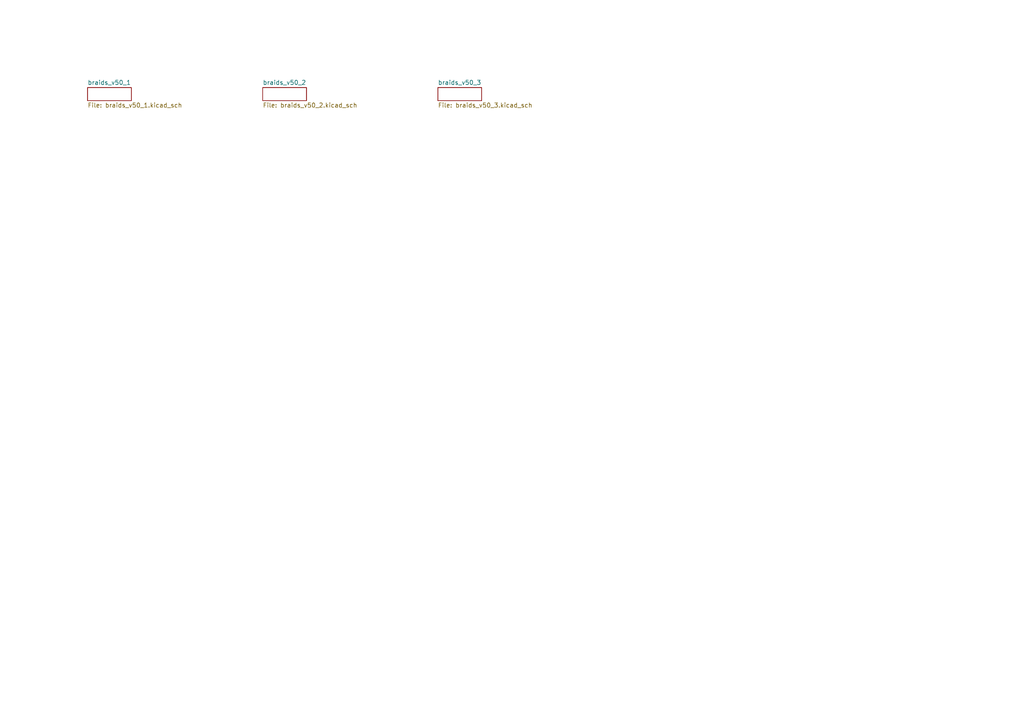
<source format=kicad_sch>
(kicad_sch (version 20211123) (generator eeschema)
  (paper "A4")
  (lib_symbols)
  (sheet (at 25.4 25.4) (size 12.7 3.81)
    (property "Sheet name" "braids_v50_1" (at 25.4 24.6884 0) (effects (justify left bottom)))
    (property "Sheet file" "braids_v50_1.kicad_sch" (at 25.4 29.7946 0) (effects (justify left top)))
  )
  (sheet (at 76.2 25.4) (size 12.7 3.81)
    (property "Sheet name" "braids_v50_2" (at 76.2 24.6884 0) (effects (justify left bottom)))
    (property "Sheet file" "braids_v50_2.kicad_sch" (at 76.2 29.7946 0) (effects (justify left top)))
  )
  (sheet (at 127 25.4) (size 12.7 3.81)
    (property "Sheet name" "braids_v50_3" (at 127 24.6884 0) (effects (justify left bottom)))
    (property "Sheet file" "braids_v50_3.kicad_sch" (at 127 29.7946 0) (effects (justify left top)))
  )
)
</source>
